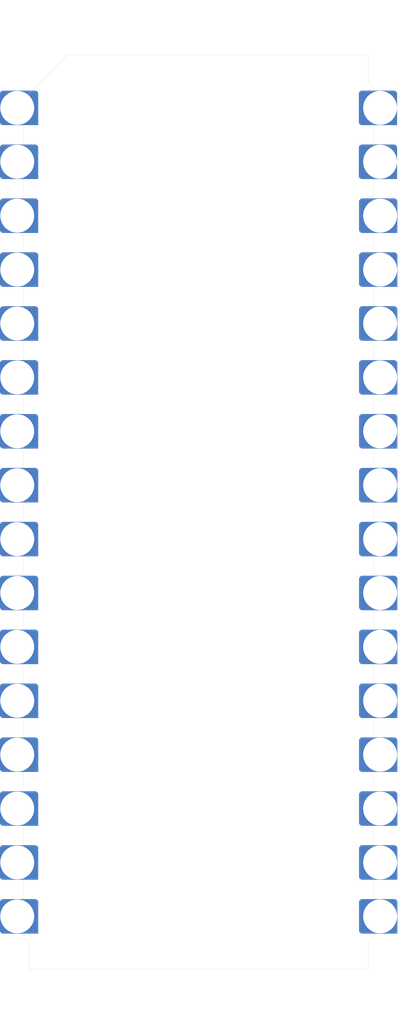
<source format=kicad_pcb>
(kicad_pcb (version 20171130) (host pcbnew 5.1.10-88a1d61d58~88~ubuntu20.10.1)

  (general
    (thickness 1.6)
    (drawings 11)
    (tracks 0)
    (zones 0)
    (modules 1)
    (nets 1)
  )

  (page A4)
  (title_block
    (title "Molex78802 PCB 28")
    (date 2021-05-20)
    (rev 003)
    (company b.kenyon.w@gmail.com)
  )

  (layers
    (0 Top signal)
    (31 Bottom signal)
    (32 B.Adhes user hide)
    (33 F.Adhes user hide)
    (34 B.Paste user hide)
    (35 F.Paste user hide)
    (36 B.SilkS user)
    (37 F.SilkS user)
    (38 B.Mask user)
    (39 F.Mask user)
    (40 Dwgs.User user)
    (41 Cmts.User user hide)
    (42 Eco1.User user hide)
    (43 Eco2.User user hide)
    (44 Edge.Cuts user)
    (45 Margin user hide)
    (46 B.CrtYd user hide)
    (47 F.CrtYd user hide)
    (48 B.Fab user hide)
    (49 F.Fab user hide)
  )

  (setup
    (last_trace_width 0.2032)
    (user_trace_width 0.2032)
    (user_trace_width 0.4064)
    (trace_clearance 0.2032)
    (zone_clearance 0.508)
    (zone_45_only no)
    (trace_min 0.1524)
    (via_size 0.508)
    (via_drill 0.254)
    (via_min_size 0.254)
    (via_min_drill 0.254)
    (user_via 0.508 0.254)
    (uvia_size 0.508)
    (uvia_drill 0.254)
    (uvias_allowed no)
    (uvia_min_size 0.508)
    (uvia_min_drill 0.1524)
    (edge_width 0.01)
    (segment_width 0.2032)
    (pcb_text_width 0.254)
    (pcb_text_size 1.2192 1.2192)
    (mod_edge_width 0.0762)
    (mod_text_size 0.6096 0.6096)
    (mod_text_width 0.0762)
    (pad_size 0.7 0.7)
    (pad_drill 0.7)
    (pad_to_mask_clearance 0)
    (aux_axis_origin 0 0)
    (grid_origin 147.2184 99.187)
    (visible_elements FFFFFFFF)
    (pcbplotparams
      (layerselection 0x01ff0_ffffffff)
      (usegerberextensions true)
      (usegerberattributes false)
      (usegerberadvancedattributes false)
      (creategerberjobfile false)
      (excludeedgelayer true)
      (linewidth 0.050800)
      (plotframeref false)
      (viasonmask false)
      (mode 1)
      (useauxorigin false)
      (hpglpennumber 1)
      (hpglpenspeed 20)
      (hpglpendiameter 15.000000)
      (psnegative false)
      (psa4output false)
      (plotreference true)
      (plotvalue true)
      (plotinvisibletext false)
      (padsonsilk false)
      (subtractmaskfromsilk true)
      (outputformat 1)
      (mirror false)
      (drillshape 0)
      (scaleselection 1)
      (outputdirectory "GERBER_Molex78805_PCB_chamfer"))
  )

  (net 0 "")

  (net_class Default "This is the default net class."
    (clearance 0.2032)
    (trace_width 0.2032)
    (via_dia 0.508)
    (via_drill 0.254)
    (uvia_dia 0.508)
    (uvia_drill 0.254)
    (diff_pair_width 0.2032)
    (diff_pair_gap 0.254)
  )

  (module 000_LOCAL:Molex78802_PCB_32 (layer Top) (tedit 60A62666) (tstamp 6051543D)
    (at 147.2184 99.187)
    (descr "Castellated edge contacts to fit Molex 78805 Socket")
    (solder_mask_margin 0.0508)
    (attr virtual)
    (fp_text reference J? (at -1.905 0 -90) (layer Dwgs.User) hide
      (effects (font (size 1.2065 1.2065) (thickness 0.127)) (justify bottom))
    )
    (fp_text value Molex78802_PCB_32 (at 1.27 0 -90) (layer F.Fab) hide
      (effects (font (size 1.2065 1.2065) (thickness 0.1016)) (justify bottom))
    )
    (fp_poly (pts (xy 9.2156 18.3896) (xy 7.717 18.3896) (xy 7.717 19.7104) (xy 9.2156 19.7104)) (layer Bottom) (width 0.3048))
    (fp_poly (pts (xy 9.2156 19.7104) (xy 7.717 19.7104) (xy 7.717 18.3896) (xy 9.2156 18.3896)) (layer Top) (width 0.3048))
    (fp_poly (pts (xy -7.717 19.7104) (xy -9.2156 19.7104) (xy -9.2156 18.3896) (xy -7.717 18.3896)) (layer Top) (width 0.3048))
    (fp_poly (pts (xy -7.717 18.3896) (xy -9.2156 18.3896) (xy -9.2156 19.7104) (xy -7.717 19.7104)) (layer Bottom) (width 0.3048))
    (fp_poly (pts (xy 9.2029 -18.3896) (xy 7.7043 -18.3896) (xy 7.7043 -19.7104) (xy 9.2029 -19.7104)) (layer Top) (width 0.3048))
    (fp_poly (pts (xy 9.2029 -18.3896) (xy 7.7043 -18.3896) (xy 7.7043 -19.7104) (xy 9.2029 -19.7104)) (layer Bottom) (width 0.3048))
    (fp_poly (pts (xy -7.717 -18.3896) (xy -9.2156 -18.3896) (xy -9.2156 -19.7104) (xy -7.717 -19.7104)) (layer Bottom) (width 0.3048))
    (fp_poly (pts (xy -7.717 -18.3896) (xy -9.2156 -18.3896) (xy -9.2156 -19.7104) (xy -7.717 -19.7104)) (layer Top) (width 0.3048))
    (fp_line (start -4 -20.04) (end -3.5 -20.04) (layer Dwgs.User) (width 0.01))
    (fp_line (start -4 -20.54) (end -4 -20.04) (layer Dwgs.User) (width 0.01))
    (fp_line (start -4 -20.54) (end -3.7 -20.24) (layer Dwgs.User) (width 0.01))
    (fp_line (start -4 -20.54) (end -4.3 -20.24) (layer Dwgs.User) (width 0.01))
    (fp_line (start -4 -21.54) (end -3.7 -21.84) (layer Dwgs.User) (width 0.01))
    (fp_line (start -4 -21.54) (end -4.3 -21.84) (layer Dwgs.User) (width 0.01))
    (fp_line (start -4 -21.54) (end -4 -22.54) (layer Dwgs.User) (width 0.01))
    (fp_line (start -6 -21.54) (end -5.7 -21.84) (layer Dwgs.User) (width 0.01))
    (fp_line (start -6 -21.54) (end -6.3 -21.84) (layer Dwgs.User) (width 0.01))
    (fp_line (start -6 -21.54) (end -6 -22.54) (layer Dwgs.User) (width 0.01))
    (fp_line (start -6 -20.84) (end -5.7 -20.54) (layer Dwgs.User) (width 0.01))
    (fp_line (start -6 -20.84) (end -6.3 -20.54) (layer Dwgs.User) (width 0.01))
    (fp_line (start -6 -19.54) (end -5.5 -19.54) (layer Dwgs.User) (width 0.01))
    (fp_line (start -6 -20.84) (end -6 -19.54) (layer Dwgs.User) (width 0.01))
    (fp_line (start 7.2 -20.84) (end 7.2 20.84) (layer Dwgs.User) (width 0.01))
    (fp_line (start -7.2 -20.84) (end -7.2 20.84) (layer Dwgs.User) (width 0.01))
    (fp_line (start -7.2 -20.84) (end 7.2 -20.84) (layer Dwgs.User) (width 0.01))
    (fp_line (start -7.2 20.84) (end 7.2 20.84) (layer Dwgs.User) (width 0.01))
    (fp_line (start 8.255 -20) (end 8.255 20) (layer Dwgs.User) (width 0.01))
    (fp_line (start -8.255 -20) (end -8.255 20) (layer Dwgs.User) (width 0.01))
    (fp_line (start -8.255 0.0508) (end -8.255 -0.0508) (layer Dwgs.User) (width 0.002))
    (fp_line (start -7.5057 16.4846) (end -7.5057 16.5354) (layer Dwgs.User) (width 0.001))
    (fp_poly (pts (xy 9.2156 1.9304) (xy 7.717 1.9304) (xy 7.717 0.6096) (xy 9.2156 0.6096)) (layer Top) (width 0.3048))
    (fp_poly (pts (xy 9.2156 -0.6096) (xy 7.717 -0.6096) (xy 7.717 -1.9304) (xy 9.2156 -1.9304)) (layer Top) (width 0.3048))
    (fp_poly (pts (xy 9.2156 14.6304) (xy 7.717 14.6304) (xy 7.717 13.3096) (xy 9.2156 13.3096)) (layer Top) (width 0.3048))
    (fp_poly (pts (xy 9.2156 7.0104) (xy 7.717 7.0104) (xy 7.717 5.6896) (xy 9.2156 5.6896)) (layer Top) (width 0.3048))
    (fp_poly (pts (xy 9.2156 10.7696) (xy 7.717 10.7696) (xy 7.717 12.0904) (xy 9.2156 12.0904)) (layer Bottom) (width 0.3048))
    (fp_poly (pts (xy 9.2156 4.4704) (xy 7.717 4.4704) (xy 7.717 3.1496) (xy 9.2156 3.1496)) (layer Top) (width 0.3048))
    (fp_poly (pts (xy 9.2156 -4.4704) (xy 7.717 -4.4704) (xy 7.717 -3.1496) (xy 9.2156 -3.1496)) (layer Bottom) (width 0.3048))
    (fp_poly (pts (xy 9.2156 8.2296) (xy 7.717 8.2296) (xy 7.717 9.5504) (xy 9.2156 9.5504)) (layer Bottom) (width 0.3048))
    (fp_poly (pts (xy 9.2156 13.3096) (xy 7.717 13.3096) (xy 7.717 14.6304) (xy 9.2156 14.6304)) (layer Bottom) (width 0.3048))
    (fp_poly (pts (xy 9.2156 -10.7696) (xy 7.717 -10.7696) (xy 7.717 -12.0904) (xy 9.2156 -12.0904)) (layer Top) (width 0.3048))
    (fp_poly (pts (xy 9.2156 -9.5504) (xy 7.717 -9.5504) (xy 7.717 -8.2296) (xy 9.2156 -8.2296)) (layer Bottom) (width 0.3048))
    (fp_poly (pts (xy 9.2156 0.6096) (xy 7.717 0.6096) (xy 7.717 1.9304) (xy 9.2156 1.9304)) (layer Bottom) (width 0.3048))
    (fp_poly (pts (xy 9.2156 3.1496) (xy 7.717 3.1496) (xy 7.717 4.4704) (xy 9.2156 4.4704)) (layer Bottom) (width 0.3048))
    (fp_poly (pts (xy 9.2156 -12.0904) (xy 7.717 -12.0904) (xy 7.717 -10.7696) (xy 9.2156 -10.7696)) (layer Bottom) (width 0.3048))
    (fp_poly (pts (xy 9.2156 -14.6304) (xy 7.717 -14.6304) (xy 7.717 -13.3096) (xy 9.2156 -13.3096)) (layer Bottom) (width 0.3048))
    (fp_poly (pts (xy 9.2156 12.0904) (xy 7.717 12.0904) (xy 7.717 10.7696) (xy 9.2156 10.7696)) (layer Top) (width 0.3048))
    (fp_poly (pts (xy 9.2156 9.5504) (xy 7.717 9.5504) (xy 7.717 8.2296) (xy 9.2156 8.2296)) (layer Top) (width 0.3048))
    (fp_poly (pts (xy 9.2156 -3.1496) (xy 7.717 -3.1496) (xy 7.717 -4.4704) (xy 9.2156 -4.4704)) (layer Top) (width 0.3048))
    (fp_poly (pts (xy 9.2156 -1.9304) (xy 7.717 -1.9304) (xy 7.717 -0.6096) (xy 9.2156 -0.6096)) (layer Bottom) (width 0.3048))
    (fp_poly (pts (xy 9.2156 -5.6896) (xy 7.717 -5.6896) (xy 7.717 -7.0104) (xy 9.2156 -7.0104)) (layer Top) (width 0.3048))
    (fp_poly (pts (xy 9.2156 17.1704) (xy 7.717 17.1704) (xy 7.717 15.8496) (xy 9.2156 15.8496)) (layer Top) (width 0.3048))
    (fp_poly (pts (xy 9.2156 5.6896) (xy 7.717 5.6896) (xy 7.717 7.0104) (xy 9.2156 7.0104)) (layer Bottom) (width 0.3048))
    (fp_poly (pts (xy 9.2156 -7.0104) (xy 7.717 -7.0104) (xy 7.717 -5.6896) (xy 9.2156 -5.6896)) (layer Bottom) (width 0.3048))
    (fp_poly (pts (xy 9.2156 -13.3096) (xy 7.717 -13.3096) (xy 7.717 -14.6304) (xy 9.2156 -14.6304)) (layer Top) (width 0.3048))
    (fp_poly (pts (xy 9.2156 15.8496) (xy 7.717 15.8496) (xy 7.717 17.1704) (xy 9.2156 17.1704)) (layer Bottom) (width 0.3048))
    (fp_poly (pts (xy 9.2156 -8.2296) (xy 7.717 -8.2296) (xy 7.717 -9.5504) (xy 9.2156 -9.5504)) (layer Top) (width 0.3048))
    (fp_poly (pts (xy 9.2029 -15.8496) (xy 7.7043 -15.8496) (xy 7.7043 -17.1704) (xy 9.2029 -17.1704)) (layer Top) (width 0.3048))
    (fp_poly (pts (xy 9.2029 -15.8496) (xy 7.7043 -15.8496) (xy 7.7043 -17.1704) (xy 9.2029 -17.1704)) (layer Bottom) (width 0.3048))
    (fp_poly (pts (xy -7.717 0.6096) (xy -9.2156 0.6096) (xy -9.2156 1.9304) (xy -7.717 1.9304)) (layer Bottom) (width 0.3048))
    (fp_poly (pts (xy -7.717 3.1496) (xy -9.2156 3.1496) (xy -9.2156 4.4704) (xy -7.717 4.4704)) (layer Bottom) (width 0.3048))
    (fp_poly (pts (xy -7.717 -12.0904) (xy -9.2156 -12.0904) (xy -9.2156 -10.7696) (xy -7.717 -10.7696)) (layer Bottom) (width 0.3048))
    (fp_poly (pts (xy -7.717 -4.4704) (xy -9.2156 -4.4704) (xy -9.2156 -3.1496) (xy -7.717 -3.1496)) (layer Bottom) (width 0.3048))
    (fp_poly (pts (xy -7.717 -1.9304) (xy -9.2156 -1.9304) (xy -9.2156 -0.6096) (xy -7.717 -0.6096)) (layer Bottom) (width 0.3048))
    (fp_poly (pts (xy -7.717 13.3096) (xy -9.2156 13.3096) (xy -9.2156 14.6304) (xy -7.717 14.6304)) (layer Bottom) (width 0.3048))
    (fp_poly (pts (xy -7.717 -9.5504) (xy -9.2156 -9.5504) (xy -9.2156 -8.2296) (xy -7.717 -8.2296)) (layer Bottom) (width 0.3048))
    (fp_poly (pts (xy -7.717 -7.0104) (xy -9.2156 -7.0104) (xy -9.2156 -5.6896) (xy -7.717 -5.6896)) (layer Bottom) (width 0.3048))
    (fp_poly (pts (xy -7.717 5.6896) (xy -9.2156 5.6896) (xy -9.2156 7.0104) (xy -7.717 7.0104)) (layer Bottom) (width 0.3048))
    (fp_poly (pts (xy -7.717 8.2296) (xy -9.2156 8.2296) (xy -9.2156 9.5504) (xy -7.717 9.5504)) (layer Bottom) (width 0.3048))
    (fp_poly (pts (xy -7.717 -14.6304) (xy -9.2156 -14.6304) (xy -9.2156 -13.3096) (xy -7.717 -13.3096)) (layer Bottom) (width 0.3048))
    (fp_poly (pts (xy -7.717 15.8496) (xy -9.2156 15.8496) (xy -9.2156 17.1704) (xy -7.717 17.1704)) (layer Bottom) (width 0.3048))
    (fp_poly (pts (xy -7.717 10.7696) (xy -9.2156 10.7696) (xy -9.2156 12.0904) (xy -7.717 12.0904)) (layer Bottom) (width 0.3048))
    (fp_poly (pts (xy -7.717 17.1704) (xy -9.2156 17.1704) (xy -9.2156 15.8496) (xy -7.717 15.8496)) (layer Top) (width 0.3048))
    (fp_poly (pts (xy -7.717 14.6304) (xy -9.2156 14.6304) (xy -9.2156 13.3096) (xy -7.717 13.3096)) (layer Top) (width 0.3048))
    (fp_poly (pts (xy -7.717 12.0904) (xy -9.2156 12.0904) (xy -9.2156 10.7696) (xy -7.717 10.7696)) (layer Top) (width 0.3048))
    (fp_poly (pts (xy -7.717 9.5504) (xy -9.2156 9.5504) (xy -9.2156 8.2296) (xy -7.717 8.2296)) (layer Top) (width 0.3048))
    (fp_poly (pts (xy -7.717 7.0104) (xy -9.2156 7.0104) (xy -9.2156 5.6896) (xy -7.717 5.6896)) (layer Top) (width 0.3048))
    (fp_poly (pts (xy -7.717 4.4704) (xy -9.2156 4.4704) (xy -9.2156 3.1496) (xy -7.717 3.1496)) (layer Top) (width 0.3048))
    (fp_poly (pts (xy -7.717 1.9304) (xy -9.2156 1.9304) (xy -9.2156 0.6096) (xy -7.717 0.6096)) (layer Top) (width 0.3048))
    (fp_poly (pts (xy -7.717 -0.6096) (xy -9.2156 -0.6096) (xy -9.2156 -1.9304) (xy -7.717 -1.9304)) (layer Top) (width 0.3048))
    (fp_poly (pts (xy -7.717 -3.1496) (xy -9.2156 -3.1496) (xy -9.2156 -4.4704) (xy -7.717 -4.4704)) (layer Top) (width 0.3048))
    (fp_poly (pts (xy -7.717 -5.6896) (xy -9.2156 -5.6896) (xy -9.2156 -7.0104) (xy -7.717 -7.0104)) (layer Top) (width 0.3048))
    (fp_poly (pts (xy -7.717 -8.2296) (xy -9.2156 -8.2296) (xy -9.2156 -9.5504) (xy -7.717 -9.5504)) (layer Top) (width 0.3048))
    (fp_poly (pts (xy -7.717 -10.7696) (xy -9.2156 -10.7696) (xy -9.2156 -12.0904) (xy -7.717 -12.0904)) (layer Top) (width 0.3048))
    (fp_poly (pts (xy -7.717 -13.3096) (xy -9.2156 -13.3096) (xy -9.2156 -14.6304) (xy -7.717 -14.6304)) (layer Top) (width 0.3048))
    (fp_poly (pts (xy -7.717 -15.8496) (xy -9.2156 -15.8496) (xy -9.2156 -17.1704) (xy -7.717 -17.1704)) (layer Top) (width 0.3048))
    (fp_poly (pts (xy -7.717 -15.8496) (xy -9.2156 -15.8496) (xy -9.2156 -17.1704) (xy -7.717 -17.1704)) (layer Bottom) (width 0.3048))
    (fp_line (start 4.5593 21.59) (end 8.26 21.59) (layer Eco1.User) (width 0.01))
    (fp_line (start -8.26 21.59) (end -4.5593 21.59) (layer Eco1.User) (width 0.01))
    (fp_line (start 0.762 -21.59) (end 8.26 -21.59) (layer Eco1.User) (width 0.01))
    (fp_line (start -8.26 -21.59) (end -0.762 -21.59) (layer Eco1.User) (width 0.01))
    (fp_line (start 8.26 21.59) (end 8.26 -21.59) (layer Eco1.User) (width 0.01))
    (fp_line (start -8.26 21.59) (end -8.26 -21.59) (layer Eco1.User) (width 0.01))
    (fp_line (start 3.0353 21.59) (end -3.0353 21.59) (layer Eco1.User) (width 0.01))
    (fp_line (start 3.0353 24.13) (end 3.0353 21.59) (layer Eco1.User) (width 0.01))
    (fp_line (start 4.5593 24.13) (end 3.0353 24.13) (layer Eco1.User) (width 0.01))
    (fp_line (start 4.5593 21.59) (end 4.5593 24.13) (layer Eco1.User) (width 0.01))
    (fp_line (start -3.0353 24.13) (end -3.0353 21.59) (layer Eco1.User) (width 0.01))
    (fp_line (start -4.5593 24.13) (end -3.0353 24.13) (layer Eco1.User) (width 0.01))
    (fp_line (start -4.5593 21.59) (end -4.5593 24.13) (layer Eco1.User) (width 0.01))
    (fp_line (start 0.762 -24.13) (end 0.762 -21.59) (layer Eco1.User) (width 0.01))
    (fp_line (start -0.762 -24.13) (end 0.762 -24.13) (layer Eco1.User) (width 0.01))
    (fp_line (start -0.762 -21.59) (end -0.762 -24.13) (layer Eco1.User) (width 0.01))
    (fp_line (start -8 21.54) (end 8 21.54) (layer Eco2.User) (width 0.01))
    (fp_line (start 8 21.54) (end 8 20.29) (layer Eco2.User) (width 0.01))
    (fp_line (start 8 20.29) (end 8.26 20.03) (layer Eco2.User) (width 0.01))
    (fp_line (start -8 21.54) (end -8 20.29) (layer Eco2.User) (width 0.01))
    (fp_line (start -8 20.29) (end -8.26 20.03) (layer Eco2.User) (width 0.01))
    (fp_line (start 8 -20.29) (end 8 -21.54) (layer Eco2.User) (width 0.01))
    (fp_line (start 8.26 -20.03) (end 8 -20.29) (layer Eco2.User) (width 0.01))
    (fp_line (start 8.26 20.03) (end 8.26 -20.03) (layer Eco2.User) (width 0.01))
    (fp_line (start -8.26 20.03) (end -8.26 -19.48) (layer Eco2.User) (width 0.01))
    (fp_line (start 8 -21.54) (end -6.2 -21.54) (layer Eco2.User) (width 0.01))
    (fp_line (start -6.2 -21.54) (end -8.26 -19.48) (layer Eco2.User) (width 0.01))
    (fp_line (start 7.75716 17.78) (end 7.75716 12.7) (layer Dwgs.User) (width 0.01))
    (fp_line (start 6.35 12.065) (end 6.35 15.24) (layer Dwgs.User) (width 0.05))
    (fp_line (start 6.35 15.24) (end 7.747 15.24) (layer Dwgs.User) (width 0.05))
    (fp_line (start 7.747 15.24) (end 7.467 15.52) (layer Dwgs.User) (width 0.05))
    (fp_line (start 7.467 14.96) (end 7.747 15.24) (layer Dwgs.User) (width 0.05))
    (fp_line (start 8.27 15.24) (end 8.55 15.52) (layer Dwgs.User) (width 0.05))
    (fp_line (start 8.55 14.96) (end 8.27 15.24) (layer Dwgs.User) (width 0.05))
    (fp_line (start 8.27 15.24) (end 9.667 15.24) (layer Dwgs.User) (width 0.05))
    (fp_line (start -5 -21.54) (end -5 -20.54) (layer Dwgs.User) (width 0.01))
    (fp_line (start -5 -20.54) (end 5 -20.54) (layer Dwgs.User) (width 0.01))
    (fp_line (start 5 -20.54) (end 5 -21.54) (layer Dwgs.User) (width 0.01))
    (fp_line (start 5 -21.54) (end -5 -21.54) (layer Dwgs.User) (width 0.01))
    (fp_line (start 5 21.54) (end 5 20.54) (layer Dwgs.User) (width 0.01))
    (fp_line (start -5 20.54) (end -5 21.54) (layer Dwgs.User) (width 0.01))
    (fp_line (start -5 20.54) (end 5 20.54) (layer Dwgs.User) (width 0.01))
    (fp_line (start -5 21.54) (end 5 21.54) (layer Dwgs.User) (width 0.01))
    (fp_text user "0.7 border on bottom - 36.6 x 14.4 x 1.4 usable bottom" (at -5.5 -19.54) (layer Dwgs.User)
      (effects (font (size 0.25 0.25) (thickness 0.02)) (justify left))
    )
    (fp_text user "10.0 x 1.0 retainer wedges on top" (at -3.5 -20.04) (layer Dwgs.User)
      (effects (font (size 0.25 0.25) (thickness 0.02)) (justify left))
    )
    (fp_text user "Castellation depth 0.5mm min" (at 6.35 0 -90) (layer Dwgs.User)
      (effects (font (size 1 1) (thickness 0.1)))
    )
    (fp_text user "Board outline: 0.01mm grid, copy Eco2.User" (at -6 0 -90) (layer Eco2.User)
      (effects (font (size 1 1) (thickness 0.1)))
    )
    (fp_text user "Eco1.User is Edge.Cuts for use without carrier." (at -4.445 0 -90) (layer Eco1.User)
      (effects (font (size 0.8 0.8) (thickness 0.05)))
    )
    (pad 17 thru_hole circle (at 8.5552 19.05 180) (size 1.6002 1.6002) (drill 1.59766) (layers *.Cu *.Mask))
    (pad 16 thru_hole circle (at -8.5552 19.05) (size 1.6002 1.6002) (drill 1.59766) (layers *.Cu *.Mask)
      (zone_connect 0))
    (pad 32 thru_hole circle (at 8.5552 -19.05 180) (size 1.6002 1.6002) (drill 1.59766) (layers *.Cu *.Mask))
    (pad 1 thru_hole circle (at -8.5552 -19.05) (size 1.6002 1.6002) (drill 1.59766) (layers *.Cu *.Mask)
      (zone_connect 0))
    (pad 2 thru_hole circle (at -8.5552 -16.51) (size 1.6002 1.6002) (drill 1.59766) (layers *.Cu *.Mask)
      (zone_connect 0))
    (pad 31 thru_hole circle (at 8.5552 -16.51 180) (size 1.6002 1.6002) (drill 1.59766) (layers *.Cu *.Mask))
    (pad 15 thru_hole circle (at -8.5552 16.51) (size 1.6002 1.6002) (drill 1.59766) (layers *.Cu *.Mask)
      (zone_connect 0))
    (pad 30 thru_hole circle (at 8.5552 -13.97 180) (size 1.6002 1.6002) (drill 1.59766) (layers *.Cu *.Mask))
    (pad 14 thru_hole circle (at -8.5552 13.97) (size 1.6002 1.6002) (drill 1.59766) (layers *.Cu *.Mask)
      (zone_connect 0))
    (pad 29 thru_hole circle (at 8.5552 -11.43 180) (size 1.6002 1.6002) (drill 1.59766) (layers *.Cu *.Mask))
    (pad 13 thru_hole circle (at -8.5552 11.43) (size 1.6002 1.6002) (drill 1.59766) (layers *.Cu *.Mask)
      (zone_connect 0))
    (pad 28 thru_hole circle (at 8.5552 -8.89 180) (size 1.6002 1.6002) (drill 1.59766) (layers *.Cu *.Mask))
    (pad 12 thru_hole circle (at -8.5552 8.89) (size 1.6002 1.6002) (drill 1.59766) (layers *.Cu *.Mask)
      (zone_connect 0))
    (pad 27 thru_hole circle (at 8.5552 -6.35 180) (size 1.6002 1.6002) (drill 1.59766) (layers *.Cu *.Mask))
    (pad 11 thru_hole circle (at -8.5552 6.35) (size 1.6002 1.6002) (drill 1.59766) (layers *.Cu *.Mask)
      (zone_connect 0))
    (pad 26 thru_hole circle (at 8.5552 -3.81 180) (size 1.6002 1.6002) (drill 1.59766) (layers *.Cu *.Mask))
    (pad 10 thru_hole circle (at -8.5552 3.81) (size 1.6002 1.6002) (drill 1.59766) (layers *.Cu *.Mask)
      (zone_connect 0))
    (pad 25 thru_hole circle (at 8.5552 -1.27 180) (size 1.6002 1.6002) (drill 1.59766) (layers *.Cu *.Mask))
    (pad 9 thru_hole circle (at -8.5552 1.27) (size 1.6002 1.6002) (drill 1.59766) (layers *.Cu *.Mask)
      (zone_connect 0))
    (pad 24 thru_hole circle (at 8.5552 1.27 180) (size 1.6002 1.6002) (drill 1.59766) (layers *.Cu *.Mask))
    (pad 8 thru_hole circle (at -8.5552 -1.27) (size 1.6002 1.6002) (drill 1.59766) (layers *.Cu *.Mask)
      (zone_connect 0))
    (pad 23 thru_hole circle (at 8.5552 3.81 180) (size 1.6002 1.6002) (drill 1.59766) (layers *.Cu *.Mask))
    (pad 7 thru_hole circle (at -8.5552 -3.81) (size 1.6002 1.6002) (drill 1.59766) (layers *.Cu *.Mask)
      (zone_connect 0))
    (pad 22 thru_hole circle (at 8.5552 6.35 180) (size 1.6002 1.6002) (drill 1.59766) (layers *.Cu *.Mask))
    (pad 6 thru_hole circle (at -8.5552 -6.35) (size 1.6002 1.6002) (drill 1.59766) (layers *.Cu *.Mask)
      (zone_connect 0))
    (pad 21 thru_hole circle (at 8.5552 8.89 180) (size 1.6002 1.6002) (drill 1.59766) (layers *.Cu *.Mask))
    (pad 5 thru_hole circle (at -8.5552 -8.89) (size 1.6002 1.6002) (drill 1.59766) (layers *.Cu *.Mask)
      (zone_connect 0))
    (pad 20 thru_hole circle (at 8.5552 11.43 180) (size 1.6002 1.6002) (drill 1.59766) (layers *.Cu *.Mask))
    (pad 4 thru_hole circle (at -8.5552 -11.43) (size 1.6002 1.6002) (drill 1.59766) (layers *.Cu *.Mask)
      (zone_connect 0))
    (pad 19 thru_hole circle (at 8.5552 13.97 180) (size 1.6002 1.6002) (drill 1.59766) (layers *.Cu *.Mask))
    (pad 3 thru_hole circle (at -8.5552 -13.97) (size 1.6002 1.6002) (drill 1.59766) (layers *.Cu *.Mask)
      (zone_connect 0))
    (pad 18 thru_hole circle (at 8.5552 16.51 180) (size 1.6002 1.6002) (drill 1.59766) (layers *.Cu *.Mask))
    (model ${KIPRJMOD}/000_LOCAL.pretty/3d/Molex78802_PCB_32.step
      (offset (xyz 0 0 -0.18))
      (scale (xyz 1 1 1))
      (rotate (xyz 0 0 90))
    )
  )

  (gr_line (start 139.2184 119.477) (end 139.2184 120.727) (layer Edge.Cuts) (width 0.01) (tstamp 60502A91))
  (gr_line (start 138.9584 119.217) (end 139.2184 119.477) (layer Edge.Cuts) (width 0.01))
  (gr_line (start 138.9584 79.707) (end 138.9584 119.217) (layer Edge.Cuts) (width 0.01))
  (gr_line (start 141.0184 77.647) (end 138.9584 79.707) (layer Edge.Cuts) (width 0.01))
  (gr_line (start 155.2184 77.647) (end 141.0184 77.647) (layer Edge.Cuts) (width 0.01))
  (gr_line (start 155.2184 78.897) (end 155.2184 77.647) (layer Edge.Cuts) (width 0.01))
  (gr_line (start 155.4784 79.157) (end 155.2184 78.897) (layer Edge.Cuts) (width 0.01))
  (gr_line (start 155.4784 119.217) (end 155.4784 79.157) (layer Edge.Cuts) (width 0.01))
  (gr_line (start 155.2184 119.477) (end 155.4784 119.217) (layer Edge.Cuts) (width 0.01))
  (gr_line (start 155.2184 120.727) (end 155.2184 119.477) (layer Edge.Cuts) (width 0.01))
  (gr_line (start 139.2184 120.727) (end 155.2184 120.727) (layer Edge.Cuts) (width 0.01))

)

</source>
